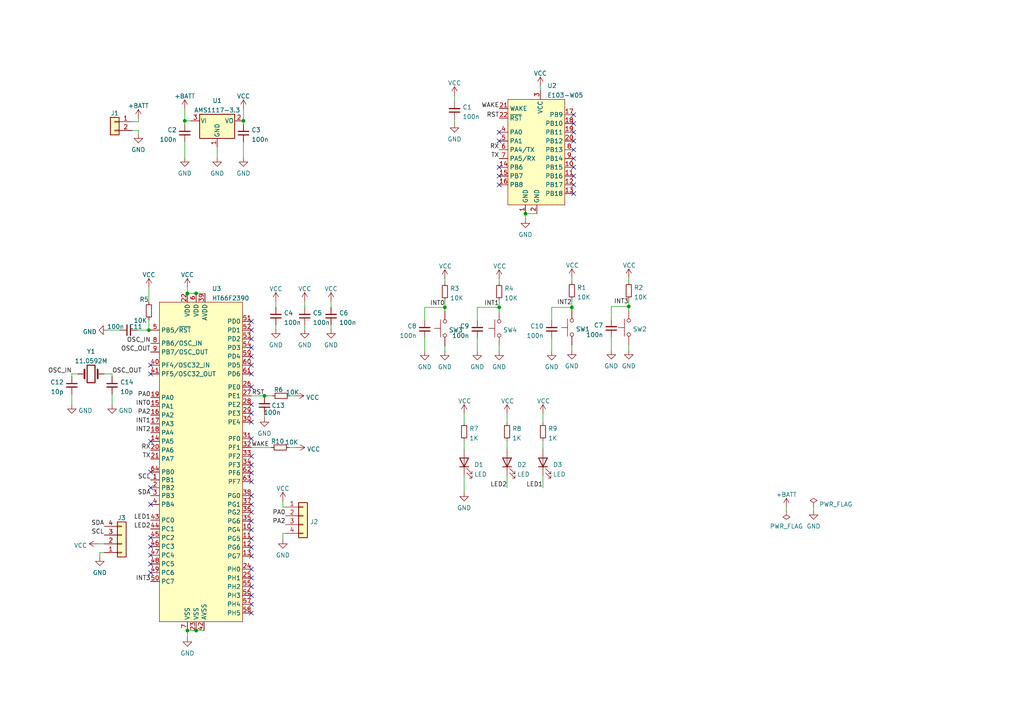
<source format=kicad_sch>
(kicad_sch (version 20211123) (generator eeschema)
  (paper "A4")
  (lib_symbols
    (symbol "Connector_Generic:Conn_01x02" (pin_names (offset 1.016) hide)
      (property "Reference" "J" (at 0 2.54 0))
      (property "Value" "Conn_01x02" (at 0 -5.08 0))
      (symbol "Conn_01x02_1_1"
        (rectangle (start -1.27 -2.413) (end 0 -2.667) (stroke (width 0.1524)))
        (rectangle (start -1.27 0.127) (end 0 -0.127) (stroke (width 0.1524)))
        (rectangle (start -1.27 1.27) (end 1.27 -3.81) (stroke (width 0.254)) (fill (type background)))
        (pin passive line (at -5.08 0 0) (length 3.81) (name "Pin_1") (number "1"))
        (pin passive line (at -5.08 -2.54 0) (length 3.81) (name "Pin_2") (number "2"))
      )
    )
    (symbol "Connector_Generic:Conn_01x04" (pin_names (offset 1.016) hide)
      (property "Reference" "J" (at 0 5.08 0))
      (property "Value" "Conn_01x04" (at 0 -7.62 0))
      (symbol "Conn_01x04_1_1"
        (rectangle (start -1.27 -4.953) (end 0 -5.207) (stroke (width 0.1524)))
        (rectangle (start -1.27 -2.413) (end 0 -2.667) (stroke (width 0.1524)))
        (rectangle (start -1.27 0.127) (end 0 -0.127) (stroke (width 0.1524)))
        (rectangle (start -1.27 2.667) (end 0 2.413) (stroke (width 0.1524)))
        (rectangle (start -1.27 3.81) (end 1.27 -6.35) (stroke (width 0.254)) (fill (type background)))
        (pin passive line (at -5.08 2.54 0) (length 3.81) (name "Pin_1") (number "1"))
        (pin passive line (at -5.08 0 0) (length 3.81) (name "Pin_2") (number "2"))
        (pin passive line (at -5.08 -2.54 0) (length 3.81) (name "Pin_3") (number "3"))
        (pin passive line (at -5.08 -5.08 0) (length 3.81) (name "Pin_4") (number "4"))
      )
    )
    (symbol "Device:C_Small" (pin_numbers hide) (pin_names (offset 0.254) hide)
      (property "Reference" "C" (at 0.254 1.778 0))
      (property "Value" "C_Small" (at 0.254 -2.032 0))
      (symbol "C_Small_0_1"
        (polyline (pts (xy -1.524 -0.508) (xy 1.524 -0.508)) (stroke (width 0.3302)))
        (polyline (pts (xy -1.524 0.508) (xy 1.524 0.508)) (stroke (width 0.3048)))
      )
      (symbol "C_Small_1_1"
        (pin passive line (at 0 2.54 270) (length 2.032) (name "~") (number "1"))
        (pin passive line (at 0 -2.54 90) (length 2.032) (name "~") (number "2"))
      )
    )
    (symbol "Device:Crystal" (pin_numbers hide) (pin_names (offset 1.016) hide)
      (property "Reference" "Y" (at 0 3.81 0))
      (property "Value" "Crystal" (at 0 -3.81 0))
      (symbol "Crystal_0_1"
        (rectangle (start -1.143 2.54) (end 1.143 -2.54) (stroke (width 0.3048)))
        (polyline (pts (xy -2.54 0) (xy -1.905 0)))
        (polyline (pts (xy -1.905 -1.27) (xy -1.905 1.27)) (stroke (width 0.508)))
        (polyline (pts (xy 1.905 -1.27) (xy 1.905 1.27)) (stroke (width 0.508)))
        (polyline (pts (xy 2.54 0) (xy 1.905 0)))
      )
      (symbol "Crystal_1_1"
        (pin passive line (at -3.81 0 0) (length 1.27) (name "1") (number "1"))
        (pin passive line (at 3.81 0 180) (length 1.27) (name "2") (number "2"))
      )
    )
    (symbol "Device:LED" (pin_numbers hide) (pin_names (offset 1.016) hide)
      (property "Reference" "D" (at 0 2.54 0))
      (property "Value" "LED" (at 0 -2.54 0))
      (symbol "LED_0_1"
        (polyline (pts (xy -1.27 -1.27) (xy -1.27 1.27)) (stroke (width 0.254)))
        (polyline (pts (xy -1.27 0) (xy 1.27 0)))
        (polyline (pts (xy 1.27 -1.27) (xy 1.27 1.27) (xy -1.27 0) (xy 1.27 -1.27)) (stroke (width 0.254)))
        (polyline (pts (xy -3.048 -0.762) (xy -4.572 -2.286) (xy -3.81 -2.286) (xy -4.572 -2.286) (xy -4.572 -1.524)))
        (polyline (pts (xy -1.778 -0.762) (xy -3.302 -2.286) (xy -2.54 -2.286) (xy -3.302 -2.286) (xy -3.302 -1.524)))
      )
      (symbol "LED_1_1"
        (pin passive line (at -3.81 0 0) (length 2.54) (name "K") (number "1"))
        (pin passive line (at 3.81 0 180) (length 2.54) (name "A") (number "2"))
      )
    )
    (symbol "Device:R_Small" (pin_numbers hide) (pin_names (offset 0.254) hide)
      (property "Reference" "R" (at 0.762 0.508 0))
      (property "Value" "R_Small" (at 0.762 -1.016 0))
      (symbol "R_Small_0_1"
        (rectangle (start -0.762 1.778) (end 0.762 -1.778) (stroke (width 0.2032)))
      )
      (symbol "R_Small_1_1"
        (pin passive line (at 0 2.54 270) (length 0.762) (name "~") (number "1"))
        (pin passive line (at 0 -2.54 90) (length 0.762) (name "~") (number "2"))
      )
    )
    (symbol "My_Library:E103-W05"
      (property "Reference" "U" (at 3.175 13.97 0))
      (property "Value" "E103-W05" (at -8.255 13.97 0))
      (symbol "E103-W05_0_1"
        (rectangle (start -10.16 12.065) (end 6.35 -18.542) (stroke (width 0.1524)) (fill (type background)))
      )
      (symbol "E103-W05_1_1"
        (pin power_in line (at -5.08 -21.082 90) (length 2.54) (name "GND") (number "1"))
        (pin bidirectional line (at 8.89 -7.62 180) (length 2.54) (name "PB15") (number "10"))
        (pin bidirectional line (at 8.89 -10.16 180) (length 2.54) (name "PB16") (number "11"))
        (pin bidirectional line (at 8.89 -12.7 180) (length 2.54) (name "PB17") (number "12"))
        (pin bidirectional line (at 8.89 -15.24 180) (length 2.54) (name "PB18") (number "13"))
        (pin bidirectional line (at -12.7 -7.62 0) (length 2.54) (name "PB6") (number "14"))
        (pin bidirectional line (at -12.7 -10.16 0) (length 2.54) (name "PB7") (number "15"))
        (pin bidirectional line (at -12.7 -12.7 0) (length 2.54) (name "PB8") (number "16"))
        (pin bidirectional line (at 8.89 7.62 180) (length 2.54) (name "PB9") (number "17"))
        (pin bidirectional line (at 8.89 5.08 180) (length 2.54) (name "PB10") (number "18"))
        (pin bidirectional line (at 8.89 2.54 180) (length 2.54) (name "PB11") (number "19"))
        (pin power_in line (at -1.778 -21.082 90) (length 2.54) (name "GND") (number "2"))
        (pin bidirectional line (at 8.89 0 180) (length 2.54) (name "PB12") (number "20"))
        (pin input line (at -12.7 9.398 0) (length 2.54) (name "WAKE") (number "21"))
        (pin input line (at -12.7 6.604 0) (length 2.54) (name "~{RST}") (number "22"))
        (pin power_in line (at -0.762 14.732 270) (length 2.54) (name "VCC") (number "3"))
        (pin bidirectional line (at -12.7 2.54 0) (length 2.54) (name "PA0") (number "4"))
        (pin bidirectional line (at -12.7 0 0) (length 2.54) (name "PA1") (number "5"))
        (pin bidirectional line (at -12.7 -2.54 0) (length 2.54) (name "PA4/TX") (number "6"))
        (pin bidirectional line (at -12.7 -5.08 0) (length 2.54) (name "PA5/RX") (number "7"))
        (pin bidirectional line (at 8.89 -2.54 180) (length 2.54) (name "PB13") (number "8"))
        (pin bidirectional line (at 8.89 -5.08 180) (length 2.54) (name "PB14") (number "9"))
      )
    )
    (symbol "My_Library:HT66F2390"
      (property "Reference" "U" (at 3.81 49.53 0))
      (property "Value" "HT66F2390" (at -13.97 49.53 0))
      (symbol "HT66F2390_0_1"
        (rectangle (start -12.954 46.482) (end 11.176 -46.228) (stroke (width 0.1524)) (fill (type background)))
      )
      (symbol "HT66F2390_1_1"
        (pin bidirectional line (at -15.494 -5.08 0) (length 2.54) (name "PB1") (number "1"))
        (pin bidirectional line (at 13.716 -19.558 180) (length 2.54) (name "PG4") (number "10"))
        (pin bidirectional line (at 13.716 -22.098 180) (length 2.54) (name "PG5") (number "11"))
        (pin bidirectional line (at 13.716 -24.638 180) (length 2.54) (name "PG6") (number "12"))
        (pin bidirectional line (at 13.716 -27.178 180) (length 2.54) (name "PG7") (number "13"))
        (pin bidirectional line (at -15.494 6.096 0) (length 2.54) (name "PA5") (number "14"))
        (pin bidirectional line (at -15.494 16.256 0) (length 2.54) (name "PA1") (number "15"))
        (pin bidirectional line (at -15.494 13.716 0) (length 2.54) (name "PA2") (number "16"))
        (pin bidirectional line (at -15.494 11.176 0) (length 2.54) (name "PA3") (number "17"))
        (pin bidirectional line (at -15.494 8.636 0) (length 2.54) (name "PA4") (number "18"))
        (pin bidirectional line (at -15.494 18.796 0) (length 2.54) (name "PA0") (number "19"))
        (pin bidirectional line (at -15.494 -7.366 0) (length 2.54) (name "PB2") (number "2"))
        (pin bidirectional line (at -15.494 3.556 0) (length 2.54) (name "PA6") (number "20"))
        (pin bidirectional line (at -15.494 1.016 0) (length 2.54) (name "PA7") (number "21"))
        (pin power_in line (at -4.826 49.022 270) (length 2.54) (name "VDD") (number "22"))
        (pin power_in line (at -2.286 -48.768 90) (length 2.54) (name "VSS") (number "23"))
        (pin bidirectional line (at 13.716 -30.988 180) (length 2.54) (name "PH0") (number "24"))
        (pin bidirectional line (at 13.716 -33.528 180) (length 2.54) (name "PH1") (number "25"))
        (pin bidirectional line (at 13.716 21.844 180) (length 2.54) (name "PE0") (number "26"))
        (pin bidirectional line (at 13.716 19.304 180) (length 2.54) (name "PE1") (number "27"))
        (pin bidirectional line (at 13.716 16.764 180) (length 2.54) (name "PE2") (number "28"))
        (pin bidirectional line (at 13.716 14.224 180) (length 2.54) (name "PE3") (number "29"))
        (pin bidirectional line (at -15.494 -9.652 0) (length 2.54) (name "PB3") (number "3"))
        (pin bidirectional line (at 13.716 11.684 180) (length 2.54) (name "PE4") (number "30"))
        (pin bidirectional line (at 13.716 6.858 180) (length 2.54) (name "PF0") (number "31"))
        (pin bidirectional line (at 13.716 4.318 180) (length 2.54) (name "PF1") (number "32"))
        (pin bidirectional line (at 13.716 1.778 180) (length 2.54) (name "PF2") (number "33"))
        (pin bidirectional line (at 13.716 -0.762 180) (length 2.54) (name "PF3") (number "34"))
        (pin bidirectional line (at 13.716 -17.018 180) (length 2.54) (name "PG6") (number "35"))
        (pin bidirectional line (at 13.716 -14.478 180) (length 2.54) (name "PG2") (number "36"))
        (pin bidirectional line (at 13.716 -12.192 180) (length 2.54) (name "PG1") (number "37"))
        (pin bidirectional line (at 13.716 -9.652 180) (length 2.54) (name "PG0") (number "38"))
        (pin power_in line (at 0.254 49.022 270) (length 2.54) (name "AVDD") (number "39"))
        (pin bidirectional line (at -15.494 -12.192 0) (length 2.54) (name "PB4") (number "4"))
        (pin bidirectional line (at -15.494 28.194 0) (length 2.54) (name "PF4/OSC32_IN") (number "40"))
        (pin bidirectional line (at -15.494 25.654 0) (length 2.54) (name "PF5/OSC32_OUT") (number "41"))
        (pin power_in line (at 0 -48.768 90) (length 2.54) (name "AVSS") (number "42"))
        (pin bidirectional line (at -15.494 -16.764 0) (length 2.54) (name "PC0") (number "43"))
        (pin bidirectional line (at -15.494 -19.304 0) (length 2.54) (name "PC1") (number "44"))
        (pin bidirectional line (at -15.494 -21.844 0) (length 2.54) (name "PC2") (number "45"))
        (pin bidirectional line (at -15.494 -24.384 0) (length 2.54) (name "PC3") (number "46"))
        (pin bidirectional line (at -15.494 -26.924 0) (length 2.54) (name "PC4") (number "47"))
        (pin bidirectional line (at -15.494 -29.464 0) (length 2.54) (name "PC5") (number "48"))
        (pin bidirectional line (at -15.494 -32.004 0) (length 2.54) (name "PC6") (number "49"))
        (pin bidirectional line (at -15.494 38.354 0) (length 2.54) (name "PB5/~{RST}") (number "5"))
        (pin bidirectional line (at -15.494 -34.544 0) (length 2.54) (name "PC7") (number "50"))
        (pin bidirectional line (at 13.716 40.894 180) (length 2.54) (name "PD0") (number "51"))
        (pin bidirectional line (at 13.716 38.354 180) (length 2.54) (name "PD1") (number "52"))
        (pin bidirectional line (at 13.716 35.814 180) (length 2.54) (name "PD2") (number "53"))
        (pin bidirectional line (at 13.716 33.274 180) (length 2.54) (name "PD3") (number "54"))
        (pin bidirectional line (at 13.716 -36.068 180) (length 2.54) (name "PH2") (number "55"))
        (pin bidirectional line (at 13.716 -38.608 180) (length 2.54) (name "PH3") (number "56"))
        (pin bidirectional line (at 13.716 -41.148 180) (length 2.54) (name "PH4") (number "57"))
        (pin bidirectional line (at 13.716 -43.688 180) (length 2.54) (name "PH5") (number "58"))
        (pin bidirectional line (at 13.716 30.734 180) (length 2.54) (name "PD4") (number "59"))
        (pin power_in line (at -2.286 49.022 270) (length 2.54) (name "VDD") (number "6"))
        (pin bidirectional line (at 13.716 28.194 180) (length 2.54) (name "PD5") (number "60"))
        (pin bidirectional line (at 13.716 25.654 180) (length 2.54) (name "PD6") (number "61"))
        (pin bidirectional line (at 13.716 -3.048 180) (length 2.54) (name "PF6") (number "62"))
        (pin bidirectional line (at 13.716 -5.588 180) (length 2.54) (name "PF7") (number "63"))
        (pin bidirectional line (at -15.494 -2.794 0) (length 2.54) (name "PB0") (number "64"))
        (pin power_in line (at -4.826 -48.768 90) (length 2.54) (name "VSS") (number "7"))
        (pin bidirectional line (at -15.494 34.544 0) (length 2.54) (name "PB6/OSC_IN") (number "8"))
        (pin bidirectional line (at -15.494 32.004 0) (length 2.54) (name "PB7/OSC_OUT") (number "9"))
      )
    )
    (symbol "Regulator_Linear:AMS1117-3.3" (pin_names (offset 0.254))
      (property "Reference" "U" (at -3.81 3.175 0))
      (property "Value" "AMS1117-3.3" (at 0 3.175 0))
      (symbol "AMS1117-3.3_0_1"
        (rectangle (start -5.08 -5.08) (end 5.08 1.905) (stroke (width 0.254)) (fill (type background)))
      )
      (symbol "AMS1117-3.3_1_1"
        (pin power_in line (at 0 -7.62 90) (length 2.54) (name "GND") (number "1"))
        (pin power_out line (at 7.62 0 180) (length 2.54) (name "VO") (number "2"))
        (pin power_in line (at -7.62 0 0) (length 2.54) (name "VI") (number "3"))
      )
    )
    (symbol "Switch:SW_Push" (pin_numbers hide) (pin_names (offset 1.016) hide)
      (property "Reference" "SW" (at 1.27 2.54 0))
      (property "Value" "SW_Push" (at 0 -1.524 0))
      (symbol "SW_Push_0_1"
        (circle (center -2.032 0) (radius 0.508))
        (polyline (pts (xy 0 1.27) (xy 0 3.048)))
        (polyline (pts (xy 2.54 1.27) (xy -2.54 1.27)))
        (circle (center 2.032 0) (radius 0.508))
        (pin passive line (at -5.08 0 0) (length 2.54) (name "1") (number "1"))
        (pin passive line (at 5.08 0 180) (length 2.54) (name "2") (number "2"))
      )
    )
    (symbol "power:+BATT" (power) (pin_names (offset 0))
      (property "Value" "+BATT" (at 0 3.556 0))
      (symbol "+BATT_0_1"
        (polyline (pts (xy -0.762 1.27) (xy 0 2.54)))
        (polyline (pts (xy 0 0) (xy 0 2.54)))
        (polyline (pts (xy 0 2.54) (xy 0.762 1.27)))
      )
      (symbol "+BATT_1_1"
        (pin power_in line (at 0 0 90) (length 0) hide (name "+BATT") (number "1"))
      )
    )
    (symbol "power:GND" (power) (pin_names (offset 0))
      (property "Value" "GND" (at 0 -3.81 0))
      (symbol "GND_0_1"
        (polyline (pts (xy 0 0) (xy 0 -1.27) (xy 1.27 -1.27) (xy 0 -2.54) (xy -1.27 -1.27) (xy 0 -1.27)))
      )
      (symbol "GND_1_1"
        (pin power_in line (at 0 0 270) (length 0) hide (name "GND") (number "1"))
      )
    )
    (symbol "power:PWR_FLAG" (power) (pin_numbers hide) (pin_names (offset 0) hide)
      (property "Value" "PWR_FLAG" (at 0 3.81 0))
      (symbol "PWR_FLAG_0_0"
        (pin power_out line (at 0 0 90) (length 0) (name "pwr") (number "1"))
      )
      (symbol "PWR_FLAG_0_1"
        (polyline (pts (xy 0 0) (xy 0 1.27) (xy -1.016 1.905) (xy 0 2.54) (xy 1.016 1.905) (xy 0 1.27)))
      )
    )
    (symbol "power:VCC" (power) (pin_names (offset 0))
      (property "Value" "VCC" (at 0 3.81 0))
      (symbol "VCC_0_1"
        (polyline (pts (xy -0.762 1.27) (xy 0 2.54)))
        (polyline (pts (xy 0 0) (xy 0 2.54)))
        (polyline (pts (xy 0 2.54) (xy 0.762 1.27)))
      )
      (symbol "VCC_1_1"
        (pin power_in line (at 0 0 90) (length 0) hide (name "VCC") (number "1"))
      )
    )
  )
  (junction (at 43.18 95.758))
  (junction (at 144.78 89.154))
  (junction (at 70.612 35.052))
  (junction (at 54.356 85.09))
  (junction (at 182.372 88.9))
  (junction (at 53.594 35.052))
  (junction (at 56.896 182.88))
  (junction (at 165.862 89.154))
  (junction (at 76.708 114.808))
  (junction (at 56.896 85.09))
  (junction (at 152.4 61.976))
  (junction (at 54.356 182.88))
  (junction (at 129.032 89.154))
  (no_connect (at 72.898 105.918))
  (no_connect (at 72.898 98.298))
  (no_connect (at 72.898 158.75))
  (no_connect (at 72.898 148.59))
  (no_connect (at 72.898 165.1))
  (no_connect (at 166.37 53.594))
  (no_connect (at 144.78 38.354))
  (no_connect (at 144.78 40.894))
  (no_connect (at 144.78 53.594))
  (no_connect (at 144.78 48.514))
  (no_connect (at 144.78 51.054))
  (no_connect (at 72.898 175.26))
  (no_connect (at 43.688 155.956))
  (no_connect (at 43.688 158.496))
  (no_connect (at 43.688 161.036))
  (no_connect (at 43.688 163.576))
  (no_connect (at 43.688 166.116))
  (no_connect (at 43.688 136.906))
  (no_connect (at 43.688 141.478))
  (no_connect (at 43.688 146.304))
  (no_connect (at 43.688 128.016))
  (no_connect (at 72.898 132.334))
  (no_connect (at 72.898 134.874))
  (no_connect (at 72.898 137.16))
  (no_connect (at 72.898 139.7))
  (no_connect (at 72.898 117.348))
  (no_connect (at 72.898 119.888))
  (no_connect (at 72.898 122.428))
  (no_connect (at 72.898 146.304))
  (no_connect (at 166.37 48.514))
  (no_connect (at 166.37 38.354))
  (no_connect (at 166.37 56.134))
  (no_connect (at 72.898 103.378))
  (no_connect (at 72.898 151.13))
  (no_connect (at 72.898 108.458))
  (no_connect (at 43.688 108.458))
  (no_connect (at 43.688 105.918))
  (no_connect (at 72.898 177.8))
  (no_connect (at 72.898 100.838))
  (no_connect (at 72.898 143.764))
  (no_connect (at 72.898 167.64))
  (no_connect (at 72.898 127.254))
  (no_connect (at 166.37 35.814))
  (no_connect (at 166.37 43.434))
  (no_connect (at 166.37 33.274))
  (no_connect (at 166.37 45.974))
  (no_connect (at 72.898 170.18))
  (no_connect (at 166.37 51.054))
  (no_connect (at 72.898 172.72))
  (no_connect (at 72.898 95.758))
  (no_connect (at 166.37 40.894))
  (no_connect (at 72.898 153.67))
  (no_connect (at 72.898 112.268))
  (no_connect (at 72.898 156.21))
  (no_connect (at 72.898 93.218))
  (no_connect (at 72.898 161.29))
  (wire (pts (xy 157.48 137.922) (xy 157.48 141.478)))
  (wire (pts (xy 43.18 95.758) (xy 43.688 95.758)))
  (wire (pts (xy 147.066 137.922) (xy 147.066 141.478)))
  (wire (pts (xy 20.828 108.458) (xy 22.606 108.458)))
  (wire (pts (xy 156.718 24.892) (xy 156.718 26.162)))
  (wire (pts (xy 72.898 129.794) (xy 78.74 129.794)))
  (wire (pts (xy 138.43 92.964) (xy 138.43 89.154)))
  (wire (pts (xy 80.01 87.376) (xy 80.01 89.154)))
  (wire (pts (xy 82.042 147.066) (xy 82.804 147.066)))
  (wire (pts (xy 138.43 98.044) (xy 138.43 101.854)))
  (wire (pts (xy 20.828 109.22) (xy 20.828 108.458)))
  (wire (pts (xy 129.032 87.122) (xy 129.032 89.154)))
  (wire (pts (xy 144.78 87.122) (xy 144.78 89.154)))
  (wire (pts (xy 82.042 154.686) (xy 82.804 154.686)))
  (wire (pts (xy 134.62 119.888) (xy 134.62 122.682)))
  (wire (pts (xy 40.132 38.862) (xy 40.132 37.846)))
  (wire (pts (xy 123.19 92.964) (xy 123.19 89.154)))
  (wire (pts (xy 70.612 41.148) (xy 70.612 45.72)))
  (wire (pts (xy 43.18 83.312) (xy 43.18 87.63)))
  (wire (pts (xy 182.372 100.076) (xy 182.372 101.6)))
  (wire (pts (xy 54.356 182.88) (xy 56.896 182.88)))
  (wire (pts (xy 152.4 61.976) (xy 155.702 61.976)))
  (wire (pts (xy 32.512 114.3) (xy 32.512 117.348)))
  (wire (pts (xy 70.612 35.052) (xy 70.612 36.068)))
  (wire (pts (xy 165.862 86.868) (xy 165.862 89.154)))
  (wire (pts (xy 31.242 95.758) (xy 34.798 95.758)))
  (wire (pts (xy 53.594 35.052) (xy 55.372 35.052)))
  (wire (pts (xy 160.02 92.964) (xy 160.02 89.154)))
  (wire (pts (xy 123.19 89.154) (xy 129.032 89.154)))
  (wire (pts (xy 39.878 95.758) (xy 43.18 95.758)))
  (wire (pts (xy 152.4 61.976) (xy 152.4 63.5)))
  (wire (pts (xy 32.512 108.458) (xy 30.226 108.458)))
  (wire (pts (xy 165.862 80.518) (xy 165.862 81.788)))
  (wire (pts (xy 38.354 35.306) (xy 40.132 35.306)))
  (wire (pts (xy 165.862 100.076) (xy 165.862 101.6)))
  (wire (pts (xy 88.392 87.376) (xy 88.392 89.154)))
  (wire (pts (xy 76.708 114.808) (xy 76.708 115.062)))
  (wire (pts (xy 43.18 92.71) (xy 43.18 95.758)))
  (wire (pts (xy 40.132 37.846) (xy 38.354 37.846)))
  (wire (pts (xy 56.896 85.09) (xy 59.436 85.09)))
  (wire (pts (xy 157.48 119.888) (xy 157.48 122.682)))
  (wire (pts (xy 53.594 35.052) (xy 53.594 36.068)))
  (wire (pts (xy 182.372 80.518) (xy 182.372 81.788)))
  (wire (pts (xy 76.708 120.142) (xy 76.708 121.158)))
  (wire (pts (xy 72.898 114.808) (xy 76.708 114.808)))
  (wire (pts (xy 54.356 83.312) (xy 54.356 85.09)))
  (wire (pts (xy 82.042 145.288) (xy 82.042 147.066)))
  (wire (pts (xy 28.448 157.734) (xy 30.226 157.734)))
  (wire (pts (xy 160.02 98.044) (xy 160.02 101.854)))
  (wire (pts (xy 129.032 100.33) (xy 129.032 101.854)))
  (wire (pts (xy 40.132 35.306) (xy 40.132 34.29)))
  (wire (pts (xy 123.19 98.044) (xy 123.19 101.854)))
  (wire (pts (xy 138.43 89.154) (xy 144.78 89.154)))
  (wire (pts (xy 129.032 89.154) (xy 129.032 90.17)))
  (wire (pts (xy 235.966 147.066) (xy 235.966 148.082)))
  (wire (pts (xy 157.48 127.762) (xy 157.48 130.302)))
  (wire (pts (xy 54.356 85.09) (xy 56.896 85.09)))
  (wire (pts (xy 147.066 119.888) (xy 147.066 122.682)))
  (wire (pts (xy 182.372 86.868) (xy 182.372 88.9)))
  (wire (pts (xy 53.594 41.148) (xy 53.594 45.72)))
  (wire (pts (xy 134.62 137.922) (xy 134.62 142.748)))
  (wire (pts (xy 131.826 27.686) (xy 131.826 29.464)))
  (wire (pts (xy 165.862 89.154) (xy 165.862 89.916)))
  (wire (pts (xy 129.032 80.772) (xy 129.032 82.042)))
  (wire (pts (xy 177.292 88.9) (xy 182.372 88.9)))
  (wire (pts (xy 56.896 182.88) (xy 59.182 182.88)))
  (wire (pts (xy 182.372 88.9) (xy 182.372 89.916)))
  (wire (pts (xy 144.78 100.33) (xy 144.78 101.854)))
  (wire (pts (xy 131.826 34.544) (xy 131.826 35.814)))
  (wire (pts (xy 160.02 89.154) (xy 165.862 89.154)))
  (wire (pts (xy 82.042 156.464) (xy 82.042 154.686)))
  (wire (pts (xy 177.292 92.71) (xy 177.292 88.9)))
  (wire (pts (xy 84.074 114.808) (xy 85.598 114.808)))
  (wire (pts (xy 32.512 109.22) (xy 32.512 108.458)))
  (wire (pts (xy 134.62 127.762) (xy 134.62 130.302)))
  (wire (pts (xy 20.828 114.3) (xy 20.828 117.348)))
  (wire (pts (xy 70.612 31.496) (xy 70.612 35.052)))
  (wire (pts (xy 28.956 160.274) (xy 30.226 160.274)))
  (wire (pts (xy 62.992 42.672) (xy 62.992 45.72)))
  (wire (pts (xy 96.012 87.376) (xy 96.012 89.154)))
  (wire (pts (xy 80.01 94.234) (xy 80.01 95.504)))
  (wire (pts (xy 53.594 31.496) (xy 53.594 35.052)))
  (wire (pts (xy 177.292 97.79) (xy 177.292 101.6)))
  (wire (pts (xy 88.392 94.234) (xy 88.392 95.504)))
  (wire (pts (xy 228.092 147.066) (xy 228.092 148.082)))
  (wire (pts (xy 96.012 94.234) (xy 96.012 95.504)))
  (wire (pts (xy 144.78 80.772) (xy 144.78 82.042)))
  (wire (pts (xy 144.78 89.154) (xy 144.78 90.17)))
  (wire (pts (xy 147.066 127.762) (xy 147.066 130.302)))
  (wire (pts (xy 54.356 182.88) (xy 54.356 184.912)))
  (wire (pts (xy 83.82 129.794) (xy 85.852 129.794)))
  (wire (pts (xy 28.956 161.544) (xy 28.956 160.274)))
  (wire (pts (xy 76.708 114.808) (xy 78.994 114.808)))
  (label "LED1" (at 43.688 150.876 180))
  (label "TX" (at 43.688 133.096 180))
  (label "WAKE" (at 144.78 31.496 180))
  (label "INT1" (at 144.78 88.9 180))
  (label "TX" (at 144.78 45.974 180))
  (label "SCL" (at 43.688 139.192 180))
  (label "RST" (at 144.78 34.29 180))
  (label "INT2" (at 165.862 88.646 180))
  (label "RX" (at 43.688 130.556 180))
  (label "INT1" (at 43.688 122.936 180))
  (label "INT2" (at 43.688 125.476 180))
  (label "PA0" (at 43.688 115.316 180))
  (label "RX" (at 144.78 43.434 180))
  (label "RST" (at 76.708 114.808 180))
  (label "OSC_OUT" (at 43.688 102.108 180))
  (label "LED2" (at 43.688 153.416 180))
  (label "INT0" (at 43.688 117.856 180))
  (label "OSC_IN" (at 43.688 99.568 180))
  (label "OSC_IN" (at 20.828 108.458 180))
  (label "SDA" (at 30.226 152.654 180))
  (label "PA2" (at 82.804 152.146 180))
  (label "INT3" (at 43.688 168.656 180))
  (label "INT0" (at 129.032 88.9 180))
  (label "INT3" (at 182.372 88.392 180))
  (label "PA0" (at 82.804 149.606 180))
  (label "OSC_OUT" (at 32.512 108.458 0))
  (label "LED2" (at 147.066 141.478 180))
  (label "LED1" (at 157.48 141.478 180))
  (label "PA2" (at 43.688 120.396 180))
  (label "SDA" (at 43.688 143.764 180))
  (label "WAKE" (at 72.898 129.794 0))
  (label "SCL" (at 30.226 155.194 180))
  (symbol (lib_id "Device:C_Small") (at 70.612 38.608 180) (unit 1)
    (property "Reference" "C3" (at 72.9361 37.6931 0) (effects (justify right)))
    (property "Value" "100n" (at 72.9361 40.4682 0) (effects (justify right)))
    (property "Footprint" "Capacitor_SMD:C_0603_1608Metric" (effects hide))
  )
  (symbol (lib_id "power:GND") (at 32.512 117.348 0) (unit 1)
    (property "Reference" "#PWR039" (effects hide))
    (property "Value" "GND" (at 34.417 119.097 0) (effects (justify left)))
  )
  (symbol (lib_id "power:GND") (at 152.4 63.5 0) (unit 1)
    (property "Reference" "#PWR011" (effects hide))
    (property "Value" "GND" (at 152.4 68.0625 0))
  )
  (symbol (lib_id "Switch:SW_Push") (at 182.372 94.996 90) (unit 1)
    (property "Reference" "SW2" (at 183.515 95.475 90) (effects (justify right)))
    (property "Value" "SW_Push" (effects hide))
    (property "Footprint" "Button_Switch_SMD:SW_Push_1P1T_NO_6x6mm_H9.5mm" (effects hide))
  )
  (symbol (lib_id "power:GND") (at 144.78 101.854 0) (unit 1)
    (property "Reference" "#PWR031" (effects hide))
    (property "Value" "GND" (at 144.78 106.4165 0))
  )
  (symbol (lib_id "power:GND") (at 53.594 45.72 0) (unit 1)
    (property "Reference" "#PWR08" (effects hide))
    (property "Value" "GND" (at 53.594 50.2825 0))
  )
  (symbol (lib_id "power:GND") (at 177.292 101.6 0) (unit 1)
    (property "Reference" "#PWR026" (effects hide))
    (property "Value" "GND" (at 177.292 106.1625 0))
  )
  (symbol (lib_id "Device:R_Small") (at 182.372 84.328 180) (unit 1)
    (property "Reference" "R2" (at 183.8706 83.4195 0) (effects (justify right)))
    (property "Value" "10K" (at 183.8706 86.1946 0) (effects (justify right)))
    (property "Footprint" "Resistor_SMD:R_0603_1608Metric" (effects hide))
  )
  (symbol (lib_id "Device:R_Small") (at 129.032 84.582 180) (unit 1)
    (property "Reference" "R3" (at 130.5306 83.6735 0) (effects (justify right)))
    (property "Value" "10K" (at 130.5306 86.4486 0) (effects (justify right)))
    (property "Footprint" "Resistor_SMD:R_0603_1608Metric" (effects hide))
  )
  (symbol (lib_id "power:VCC") (at 70.612 31.496 0) (unit 1)
    (property "Reference" "#PWR04" (effects hide))
    (property "Value" "VCC" (at 70.612 27.8915 0))
  )
  (symbol (lib_id "power:GND") (at 82.042 156.464 0) (unit 1)
    (property "Reference" "#PWR043" (effects hide))
    (property "Value" "GND" (at 82.042 161.0265 0))
  )
  (symbol (lib_id "power:GND") (at 40.132 38.862 0) (unit 1)
    (property "Reference" "#PWR07" (effects hide))
    (property "Value" "GND" (at 40.132 43.4245 0))
  )
  (symbol (lib_id "Device:R_Small") (at 144.78 84.582 180) (unit 1)
    (property "Reference" "R4" (at 146.2786 83.6735 0) (effects (justify right)))
    (property "Value" "10K" (at 146.2786 86.4486 0) (effects (justify right)))
    (property "Footprint" "Resistor_SMD:R_0603_1608Metric" (effects hide))
  )
  (symbol (lib_id "Device:C_Small") (at 138.43 95.504 0) (mirror x) (unit 1)
    (property "Reference" "C9" (at 136.1059 94.5891 0) (effects (justify right)))
    (property "Value" "100n" (at 136.1059 97.3642 0) (effects (justify right)))
    (property "Footprint" "Capacitor_SMD:C_0603_1608Metric" (effects hide))
  )
  (symbol (lib_id "power:PWR_FLAG") (at 228.092 148.082 180) (unit 1)
    (property "Reference" "#FLG0101" (effects hide))
    (property "Value" "PWR_FLAG" (at 228.092 152.6445 0))
  )
  (symbol (lib_id "power:VCC") (at 43.18 83.312 0) (unit 1)
    (property "Reference" "#PWR016" (effects hide))
    (property "Value" "VCC" (at 43.18 79.7075 0))
  )
  (symbol (lib_id "power:GND") (at 80.01 95.504 0) (unit 1)
    (property "Reference" "#PWR021" (effects hide))
    (property "Value" "GND" (at 80.01 100.0665 0))
  )
  (symbol (lib_id "power:VCC") (at 96.012 87.376 0) (unit 1)
    (property "Reference" "#PWR020" (effects hide))
    (property "Value" "VCC" (at 96.012 83.7715 0))
  )
  (symbol (lib_id "power:GND") (at 235.966 148.082 0) (unit 1)
    (property "Reference" "#PWR0102" (effects hide))
    (property "Value" "GND" (at 235.966 152.6445 0))
  )
  (symbol (lib_id "Switch:SW_Push") (at 129.032 95.25 90) (unit 1)
    (property "Reference" "SW3" (at 130.175 95.729 90) (effects (justify right)))
    (property "Value" "SW_Push" (effects hide))
    (property "Footprint" "Button_Switch_SMD:SW_Push_1P1T_NO_6x6mm_H9.5mm" (effects hide))
  )
  (symbol (lib_id "Device:C_Small") (at 88.392 91.694 180) (unit 1)
    (property "Reference" "C5" (at 90.7161 90.7791 0) (effects (justify right)))
    (property "Value" "100n" (at 90.7161 93.5542 0) (effects (justify right)))
    (property "Footprint" "Capacitor_SMD:C_0603_1608Metric" (effects hide))
  )
  (symbol (lib_id "power:GND") (at 28.956 161.544 0) (unit 1)
    (property "Reference" "#PWR045" (effects hide))
    (property "Value" "GND" (at 28.956 166.1065 0))
  )
  (symbol (lib_id "power:VCC") (at 182.372 80.518 0) (mirror y) (unit 1)
    (property "Reference" "#PWR013" (effects hide))
    (property "Value" "VCC" (at 180.594 76.962 0) (effects (justify right)))
  )
  (symbol (lib_id "Device:C_Small") (at 76.708 117.602 180) (unit 1)
    (property "Reference" "C13" (at 78.74 117.602 0) (effects (justify right)))
    (property "Value" "100n" (at 76.454 119.634 0) (effects (justify right)))
    (property "Footprint" "Capacitor_SMD:C_0603_1608Metric" (effects hide))
  )
  (symbol (lib_id "Regulator_Linear:AMS1117-3.3") (at 62.992 35.052 0) (unit 1)
    (property "Reference" "U1" (at 62.992 29.1805 0))
    (property "Value" "AMS1117-3.3" (at 62.992 31.9556 0))
    (property "Footprint" "Package_TO_SOT_SMD:SOT-223-3_TabPin2" (effects hide))
    (property "Datasheet" "http://www.advanced-monolithic.com/pdf/ds1117.pdf" (effects hide))
  )
  (symbol (lib_id "Switch:SW_Push") (at 165.862 94.996 90) (unit 1)
    (property "Reference" "SW1" (at 167.005 95.475 90) (effects (justify right)))
    (property "Value" "SW_Push" (effects hide))
    (property "Footprint" "Button_Switch_SMD:SW_Push_1P1T_NO_6x6mm_H9.5mm" (effects hide))
  )
  (symbol (lib_id "power:VCC") (at 80.01 87.376 0) (unit 1)
    (property "Reference" "#PWR018" (effects hide))
    (property "Value" "VCC" (at 80.01 83.7715 0))
  )
  (symbol (lib_id "Device:C_Small") (at 123.19 95.504 0) (mirror x) (unit 1)
    (property "Reference" "C8" (at 120.8659 94.5891 0) (effects (justify right)))
    (property "Value" "100n" (at 120.8659 97.3642 0) (effects (justify right)))
    (property "Footprint" "Capacitor_SMD:C_0603_1608Metric" (effects hide))
  )
  (symbol (lib_id "power:GND") (at 88.392 95.504 0) (unit 1)
    (property "Reference" "#PWR022" (effects hide))
    (property "Value" "GND" (at 88.392 100.0665 0))
  )
  (symbol (lib_id "power:VCC") (at 144.78 80.772 0) (mirror y) (unit 1)
    (property "Reference" "#PWR015" (effects hide))
    (property "Value" "VCC" (at 143.002 77.216 0) (effects (justify right)))
  )
  (symbol (lib_id "power:VCC") (at 54.356 83.312 0) (unit 1)
    (property "Reference" "#PWR017" (effects hide))
    (property "Value" "VCC" (at 54.356 79.7075 0))
  )
  (symbol (lib_id "Device:C_Small") (at 20.828 111.76 0) (unit 1)
    (property "Reference" "C12" (at 18.5039 110.8578 0) (effects (justify right)))
    (property "Value" "10p" (at 18.5039 113.6329 0) (effects (justify right)))
    (property "Footprint" "Capacitor_SMD:C_0603_1608Metric" (effects hide))
  )
  (symbol (lib_id "power:GND") (at 96.012 95.504 0) (unit 1)
    (property "Reference" "#PWR023" (effects hide))
    (property "Value" "GND" (at 96.012 100.0665 0))
  )
  (symbol (lib_id "Device:C_Small") (at 37.338 95.758 90) (unit 1)
    (property "Reference" "C11" (at 39.37 94.742 90))
    (property "Value" "100n" (at 33.528 94.742 90))
    (property "Footprint" "Capacitor_SMD:C_0603_1608Metric" (effects hide))
  )
  (symbol (lib_id "power:GND") (at 62.992 45.72 0) (unit 1)
    (property "Reference" "#PWR09" (effects hide))
    (property "Value" "GND" (at 62.992 50.2825 0))
  )
  (symbol (lib_id "Device:R_Small") (at 43.18 90.17 0) (unit 1)
    (property "Reference" "R5" (at 43.18 86.868 0) (effects (justify right)))
    (property "Value" "10K" (at 42.672 92.964 0) (effects (justify right)))
    (property "Footprint" "Resistor_SMD:R_0603_1608Metric" (effects hide))
  )
  (symbol (lib_id "Device:C_Small") (at 53.594 38.608 180) (unit 1)
    (property "Reference" "C2" (at 51.2699 37.6931 0) (effects (justify left)))
    (property "Value" "100n" (at 51.2699 40.4682 0) (effects (justify left)))
    (property "Footprint" "Capacitor_SMD:C_0603_1608Metric" (effects hide))
  )
  (symbol (lib_id "Device:LED") (at 134.62 134.112 90) (unit 1)
    (property "Reference" "D1" (at 137.541 134.791 90) (effects (justify right)))
    (property "Value" "LED" (at 137.541 137.5661 90) (effects (justify right)))
    (property "Footprint" "LED_SMD:LED_0603_1608Metric" (effects hide))
  )
  (symbol (lib_id "Device:R_Small") (at 81.534 114.808 90) (unit 1)
    (property "Reference" "R6" (at 80.772 113.03 90))
    (property "Value" "10K" (at 84.836 113.792 90))
    (property "Footprint" "Resistor_SMD:R_0603_1608Metric" (effects hide))
  )
  (symbol (lib_id "power:GND") (at 138.43 101.854 0) (unit 1)
    (property "Reference" "#PWR030" (effects hide))
    (property "Value" "GND" (at 138.43 106.4165 0))
  )
  (symbol (lib_id "Switch:SW_Push") (at 144.78 95.25 90) (unit 1)
    (property "Reference" "SW4" (at 145.923 95.729 90) (effects (justify right)))
    (property "Value" "SW_Push" (effects hide))
    (property "Footprint" "Button_Switch_SMD:SW_Push_1P1T_NO_6x6mm_H9.5mm" (effects hide))
  )
  (symbol (lib_id "Device:C_Small") (at 80.01 91.694 180) (unit 1)
    (property "Reference" "C4" (at 82.3341 90.7791 0) (effects (justify right)))
    (property "Value" "100n" (at 82.3341 93.5542 0) (effects (justify right)))
    (property "Footprint" "Capacitor_SMD:C_0603_1608Metric" (effects hide))
  )
  (symbol (lib_id "power:GND") (at 76.708 121.158 0) (unit 1)
    (property "Reference" "#PWR038" (effects hide))
    (property "Value" "GND" (at 76.708 125.7205 0))
  )
  (symbol (lib_id "Connector_Generic:Conn_01x04") (at 35.306 157.734 0) (mirror x) (unit 1)
    (property "Reference" "J3" (at 35.306 150.1925 0))
    (property "Value" "Conn_01x04" (effects hide))
    (property "Footprint" "MyLib:1.3-in OLED" (effects hide))
  )
  (symbol (lib_id "power:VCC") (at 85.852 129.794 270) (unit 1)
    (property "Reference" "#PWR040" (effects hide))
    (property "Value" "VCC" (at 89.027 130.273 90) (effects (justify left)))
  )
  (symbol (lib_id "Device:LED") (at 147.066 134.112 90) (unit 1)
    (property "Reference" "D2" (at 149.987 134.791 90) (effects (justify right)))
    (property "Value" "LED" (at 149.987 137.5661 90) (effects (justify right)))
    (property "Footprint" "LED_SMD:LED_0603_1608Metric" (effects hide))
  )
  (symbol (lib_id "Device:C_Small") (at 32.512 111.76 0) (unit 1)
    (property "Reference" "C14" (at 34.8361 110.8578 0) (effects (justify left)))
    (property "Value" "10p" (at 34.8361 113.6329 0) (effects (justify left)))
    (property "Footprint" "Capacitor_SMD:C_0603_1608Metric" (effects hide))
  )
  (symbol (lib_id "power:VCC") (at 165.862 80.518 0) (mirror y) (unit 1)
    (property "Reference" "#PWR012" (effects hide))
    (property "Value" "VCC" (at 164.084 76.962 0) (effects (justify right)))
  )
  (symbol (lib_id "power:VCC") (at 157.48 119.888 0) (mirror y) (unit 1)
    (property "Reference" "#PWR037" (effects hide))
    (property "Value" "VCC" (at 155.702 116.332 0) (effects (justify right)))
  )
  (symbol (lib_id "power:VCC") (at 129.032 80.772 0) (mirror y) (unit 1)
    (property "Reference" "#PWR014" (effects hide))
    (property "Value" "VCC" (at 127.254 77.216 0) (effects (justify right)))
  )
  (symbol (lib_id "power:GND") (at 54.356 184.912 0) (unit 1)
    (property "Reference" "#PWR046" (effects hide))
    (property "Value" "GND" (at 54.356 189.4745 0))
  )
  (symbol (lib_id "power:VCC") (at 156.718 24.892 0) (unit 1)
    (property "Reference" "#PWR01" (effects hide))
    (property "Value" "VCC" (at 156.718 21.2875 0))
  )
  (symbol (lib_id "power:GND") (at 31.242 95.758 270) (unit 1)
    (property "Reference" "#PWR024" (effects hide))
    (property "Value" "GND" (at 28.0671 96.237 90) (effects (justify right)))
  )
  (symbol (lib_id "Device:C_Small") (at 160.02 95.504 0) (mirror x) (unit 1)
    (property "Reference" "C10" (at 157.6959 94.5891 0) (effects (justify right)))
    (property "Value" "100n" (at 157.6959 97.3642 0) (effects (justify right)))
    (property "Footprint" "Capacitor_SMD:C_0603_1608Metric" (effects hide))
  )
  (symbol (lib_id "power:VCC") (at 82.042 145.288 0) (unit 1)
    (property "Reference" "#PWR042" (effects hide))
    (property "Value" "VCC" (at 82.042 141.6835 0))
  )
  (symbol (lib_id "power:VCC") (at 85.598 114.808 270) (unit 1)
    (property "Reference" "#PWR033" (effects hide))
    (property "Value" "VCC" (at 88.773 115.287 90) (effects (justify left)))
  )
  (symbol (lib_id "Device:R_Small") (at 147.066 125.222 180) (unit 1)
    (property "Reference" "R8" (at 148.5646 124.3135 0) (effects (justify right)))
    (property "Value" "1K" (at 148.5646 127.0886 0) (effects (justify right)))
    (property "Footprint" "Resistor_SMD:R_0603_1608Metric" (effects hide))
  )
  (symbol (lib_id "Device:LED") (at 157.48 134.112 90) (unit 1)
    (property "Reference" "D3" (at 160.401 134.791 90) (effects (justify right)))
    (property "Value" "LED" (at 160.401 137.5661 90) (effects (justify right)))
    (property "Footprint" "LED_SMD:LED_0603_1608Metric" (effects hide))
  )
  (symbol (lib_id "Device:C_Small") (at 96.012 91.694 180) (unit 1)
    (property "Reference" "C6" (at 98.3361 90.7791 0) (effects (justify right)))
    (property "Value" "100n" (at 98.3361 93.5542 0) (effects (justify right)))
    (property "Footprint" "Capacitor_SMD:C_0603_1608Metric" (effects hide))
  )
  (symbol (lib_id "My_Library:E103-W05") (at 157.48 40.894 0) (unit 1)
    (property "Reference" "U2" (at 158.7374 24.8625 0) (effects (justify left)))
    (property "Value" "E103-W05" (at 158.7374 27.6376 0) (effects (justify left)))
    (property "Footprint" "MyLib:E103-W05" (effects hide))
  )
  (symbol (lib_id "power:+BATT") (at 40.132 34.29 0) (unit 1)
    (property "Reference" "#PWR05" (effects hide))
    (property "Value" "+BATT" (at 40.132 30.6855 0))
  )
  (symbol (lib_id "Device:R_Small") (at 81.28 129.794 90) (unit 1)
    (property "Reference" "R10" (at 80.518 128.016 90))
    (property "Value" "10K" (at 84.582 128.27 90))
    (property "Footprint" "Resistor_SMD:R_0603_1608Metric" (effects hide))
  )
  (symbol (lib_id "Device:C_Small") (at 177.292 95.25 0) (mirror x) (unit 1)
    (property "Reference" "C7" (at 174.9679 94.3351 0) (effects (justify right)))
    (property "Value" "100n" (at 174.9679 97.1102 0) (effects (justify right)))
    (property "Footprint" "Capacitor_SMD:C_0603_1608Metric" (effects hide))
  )
  (symbol (lib_id "power:VCC") (at 147.066 119.888 0) (mirror y) (unit 1)
    (property "Reference" "#PWR036" (effects hide))
    (property "Value" "VCC" (at 145.288 116.332 0) (effects (justify right)))
  )
  (symbol (lib_id "power:PWR_FLAG") (at 235.966 147.066 0) (unit 1)
    (property "Reference" "#FLG0102" (effects hide))
    (property "Value" "PWR_FLAG" (at 237.617 146.275 0) (effects (justify left)))
  )
  (symbol (lib_id "power:VCC") (at 131.826 27.686 0) (unit 1)
    (property "Reference" "#PWR02" (effects hide))
    (property "Value" "VCC" (at 131.826 24.0815 0))
  )
  (symbol (lib_id "power:VCC") (at 28.448 157.734 90) (unit 1)
    (property "Reference" "#PWR044" (effects hide))
    (property "Value" "VCC" (at 25.273 158.213 90) (effects (justify left)))
  )
  (symbol (lib_id "power:GND") (at 134.62 142.748 0) (unit 1)
    (property "Reference" "#PWR041" (effects hide))
    (property "Value" "GND" (at 134.62 147.3105 0))
  )
  (symbol (lib_id "power:VCC") (at 134.62 119.888 0) (mirror y) (unit 1)
    (property "Reference" "#PWR035" (effects hide))
    (property "Value" "VCC" (at 132.842 116.332 0) (effects (justify right)))
  )
  (symbol (lib_id "power:GND") (at 129.032 101.854 0) (unit 1)
    (property "Reference" "#PWR029" (effects hide))
    (property "Value" "GND" (at 129.032 106.4165 0))
  )
  (symbol (lib_id "Device:Crystal") (at 26.416 108.458 0) (unit 1)
    (property "Reference" "Y1" (at 26.416 101.9261 0))
    (property "Value" "11.0592M" (at 26.416 104.7012 0))
    (property "Footprint" "Crystal:Crystal_HC49-4H_Vertical" (effects hide))
  )
  (symbol (lib_id "My_Library:HT66F2390") (at 59.182 134.112 0) (unit 1)
    (property "Reference" "U3" (at 61.4554 83.7143 0) (effects (justify left)))
    (property "Value" "HT66F2390" (at 61.4554 86.4894 0) (effects (justify left)))
    (property "Footprint" "Package_QFP:LQFP-64_7x7mm_P0.4mm" (effects hide))
  )
  (symbol (lib_id "power:GND") (at 131.826 35.814 0) (unit 1)
    (property "Reference" "#PWR06" (effects hide))
    (property "Value" "GND" (at 131.826 40.3765 0))
  )
  (symbol (lib_id "Device:R_Small") (at 134.62 125.222 180) (unit 1)
    (property "Reference" "R7" (at 136.1186 124.3135 0) (effects (justify right)))
    (property "Value" "1K" (at 136.1186 127.0886 0) (effects (justify right)))
    (property "Footprint" "Resistor_SMD:R_0603_1608Metric" (effects hide))
  )
  (symbol (lib_id "power:GND") (at 165.862 101.6 0) (unit 1)
    (property "Reference" "#PWR025" (effects hide))
    (property "Value" "GND" (at 165.862 106.1625 0))
  )
  (symbol (lib_id "Device:C_Small") (at 131.826 32.004 180) (unit 1)
    (property "Reference" "C1" (at 134.1501 31.0891 0) (effects (justify right)))
    (property "Value" "100n" (at 134.1501 33.8642 0) (effects (justify right)))
    (property "Footprint" "Capacitor_SMD:C_0603_1608Metric" (effects hide))
  )
  (symbol (lib_id "power:+BATT") (at 53.594 31.496 0) (unit 1)
    (property "Reference" "#PWR03" (effects hide))
    (property "Value" "+BATT" (at 53.594 27.8915 0))
  )
  (symbol (lib_id "power:GND") (at 182.372 101.6 0) (unit 1)
    (property "Reference" "#PWR027" (effects hide))
    (property "Value" "GND" (at 182.372 106.1625 0))
  )
  (symbol (lib_id "Connector_Generic:Conn_01x04") (at 87.884 149.606 0) (unit 1)
    (property "Reference" "J2" (at 89.916 151.355 0) (effects (justify left)))
    (property "Value" "Conn_01x04" (effects hide))
    (property "Footprint" "Connector_PinHeader_2.54mm:PinHeader_1x04_P2.54mm_Vertical" (effects hide))
  )
  (symbol (lib_id "power:GND") (at 123.19 101.854 0) (unit 1)
    (property "Reference" "#PWR028" (effects hide))
    (property "Value" "GND" (at 123.19 106.4165 0))
  )
  (symbol (lib_id "power:GND") (at 70.612 45.72 0) (unit 1)
    (property "Reference" "#PWR010" (effects hide))
    (property "Value" "GND" (at 70.612 50.2825 0))
  )
  (symbol (lib_id "Device:R_Small") (at 157.48 125.222 180) (unit 1)
    (property "Reference" "R9" (at 158.9786 124.3135 0) (effects (justify right)))
    (property "Value" "1K" (at 158.9786 127.0886 0) (effects (justify right)))
    (property "Footprint" "Resistor_SMD:R_0603_1608Metric" (effects hide))
  )
  (symbol (lib_id "power:GND") (at 20.828 117.348 0) (unit 1)
    (property "Reference" "#PWR034" (effects hide))
    (property "Value" "GND" (at 22.733 119.097 0) (effects (justify left)))
  )
  (symbol (lib_id "Connector_Generic:Conn_01x02") (at 33.274 35.306 0) (mirror y) (unit 1)
    (property "Reference" "J1" (at 33.274 32.8445 0))
    (property "Value" "Conn_01x02" (effects hide))
    (property "Footprint" "Connector_PinHeader_2.54mm:PinHeader_1x02_P2.54mm_Vertical" (effects hide))
  )
  (symbol (lib_id "Device:R_Small") (at 165.862 84.328 180) (unit 1)
    (property "Reference" "R1" (at 167.3606 83.4195 0) (effects (justify right)))
    (property "Value" "10K" (at 167.3606 86.1946 0) (effects (justify right)))
    (property "Footprint" "Resistor_SMD:R_0603_1608Metric" (effects hide))
  )
  (symbol (lib_id "power:VCC") (at 88.392 87.376 0) (unit 1)
    (property "Reference" "#PWR019" (effects hide))
    (property "Value" "VCC" (at 88.392 83.7715 0))
  )
  (symbol (lib_id "power:GND") (at 160.02 101.854 0) (unit 1)
    (property "Reference" "#PWR032" (effects hide))
    (property "Value" "GND" (at 160.02 106.4165 0))
  )
  (symbol (lib_id "power:+BATT") (at 228.092 147.066 0) (unit 1)
    (property "Reference" "#PWR0101" (effects hide))
    (property "Value" "+BATT" (at 228.092 143.4615 0))
  )
)
</source>
